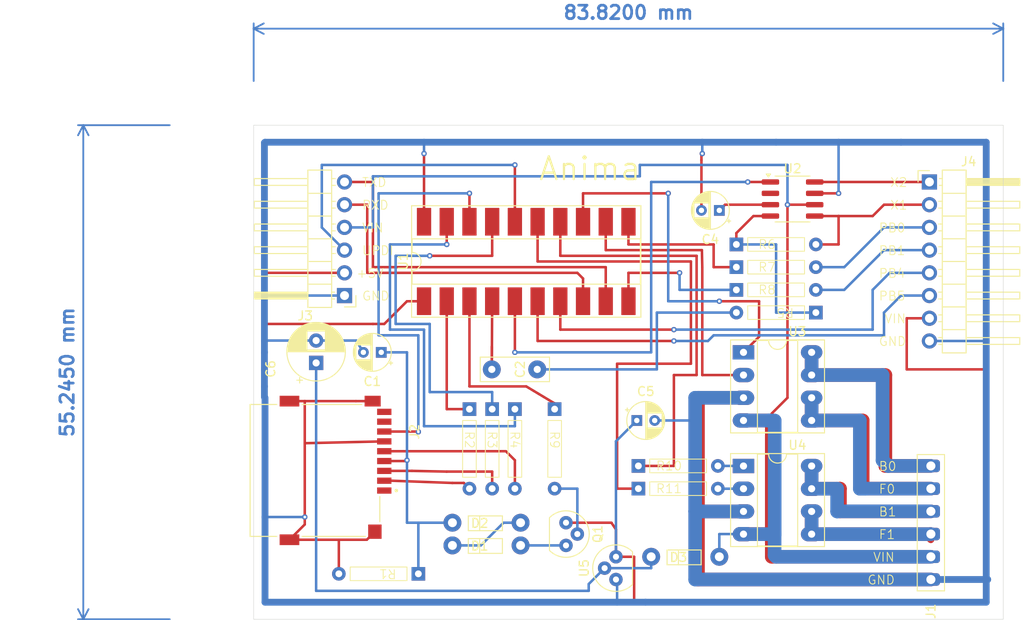
<source format=kicad_pcb>
(kicad_pcb (version 20240108) (generator "pcbnew") (generator_version "8.0")
  (layers (0 "F.Cu" signal) (31 "B.Cu" signal) (34 "B.Paste" user) (35 "F.Paste" user) (36 "B.SilkS" user "B.Silkscreen") (37 "F.SilkS" user "F.Silkscreen") (38 "B.Mask" user) (39 "F.Mask" user) (44 "Edge.Cuts" user))
  (net 0 "")
  (net 1 "Net-(U5-IN)")
  (net 2 "Net-(J2-VDD)")
  (net 3 "Net-(C2-Pad1)")
  (net 4 "Net-(U1-PA6)")
  (net 5 "Net-(J1-Pin_6)")
  (net 7 "Net-(U2-FC1)")
  (net 8 "Net-(J3-Pin_5)")
  (net 9 "Net-(J3-Pin_3)")
  (net 10 "Net-(Q1-C)")
  (net 11 "Net-(D1-Pad1)")
  (net 12 "Net-(J1-Pin_1)")
  (net 13 "Net-(J1-Pin_2)")
  (net 14 "Net-(J1-Pin_5)")
  (net 15 "Net-(J1-Pin_4)")
  (net 16 "Net-(J1-Pin_3)")
  (net 18 "Net-(J2-~{CS})")
  (net 19 "Net-(J2-MISO)")
  (net 21 "Net-(J2-SCK)")
  (net 23 "Net-(J2-MOSI)")
  (net 24 "Net-(J3-Pin_6)")
  (net 25 "Net-(J3-Pin_2)")
  (net 26 "Net-(J4-Pin_2)")
  (net 27 "Net-(J4-Pin_1)")
  (net 28 "Net-(J4-Pin_6)")
  (net 29 "Net-(J4-Pin_4)")
  (net 30 "Net-(J4-Pin_5)")
  (net 31 "Net-(J4-Pin_3)")
  (net 32 "Net-(Q1-B)")
  (net 33 "Net-(U1-PA4)")
  (net 34 "Net-(U1-PA1)")
  (net 35 "Net-(U1-PA3)")
  (net 36 "Net-(U2-Vin)")
  (net 37 "Net-(U1-PB0)")
  (net 38 "Net-(U1-PB1)")
  (net 39 "Net-(U1-PA5)")
  (net 40 "Net-(U1-PA7)")
  (net 41 "Net-(U1-PC0)")
  (net 42 "Net-(U1-PC1)")
  (net 43 "Net-(U1-PC2)")
  (net 44 "Net-(U1-PC3)")
  (net 45 "Net-(U4-BIN)")
  (net 46 "Net-(U4-FIN)")
  (footprint "0_Footprint:Foot1x6" (layer "F.Cu") (at 176.69125 81.28 -90)
    (property "Reference" "J1")
    (property "Value" "Conn_1x6_M")
  )
  (footprint "Capacitor_THT:CP_Radial_D4.0mm_P2.00mm" (layer "F.Cu") (at 143.807401 76.2)
    (property "Reference" "C5")
    (property "Value" "CP_Small")
  )
  (footprint "0_Footprint:DO_PWR" (layer "F.Cu") (at 128.27 90.17)
    (property "Reference" "D1")
    (property "Value" "1N4004")
  )
  (footprint "0_Footprint:C_Disc1" (layer "F.Cu") (at 132.675 70.485 180)
    (property "Reference" "C2")
    (property "Value" "C_Disc")
  )
  (footprint "0_Footprint:QWSlim" (layer "F.Cu") (at 143.98375 81.28)
    (property "Reference" "R10")
    (property "Value" "Resistor" (hide yes))
  )
  (footprint "0_Footprint:DIP-20_3216" (layer "F.Cu") (at 131.445 58.42 90)
    (property "Reference" "U1")
    (property "Value" "ATtiny3216")
  )
  (footprint "0_Footprint:QWSlim" (layer "F.Cu") (at 143.98375 83.82)
    (property "Reference" "R11")
    (property "Value" "Resistor" (hide yes))
  )
  (footprint "0_Footprint:QWSlim" (layer "F.Cu") (at 163.83 64.135 180)
    (property "Reference" "R5")
    (property "Value" "Resistor" (hide yes))
  )
  (footprint "0_Footprint:DIP-8_Socket" (layer "F.Cu") (at 155.73625 68.58)
    (property "Reference" "U3")
    (property "Value" "~")
  )
  (footprint "Connector_PinHeader_2.54mm:PinHeader_1x08_P2.54mm_Horizontal" (layer "F.Cu") (at 176.53 49.53)
    (property "Reference" "J4")
    (property "Value" "~")
  )
  (footprint "0_Footprint:TO-92X" (layer "F.Cu") (at 135.89 87.63 -90)
    (property "Reference" "Q1")
    (property "Value" "2N3906")
  )
  (footprint "0_Footprint:QWSlim" (layer "F.Cu") (at 130.175 74.93 -90)
    (property "Reference" "R4")
    (property "Value" "Resistor" (hide yes))
  )
  (footprint "0_Footprint:SD_Micro4A" (layer "F.Cu") (at 107.82 81.785 -90)
    (property "Reference" "J2")
    (property "Value" "SD_Micro_SPI_OK")
  )
  (footprint "0_Footprint:TO-92X" (layer "F.Cu") (at 141.478 93.98 90)
    (property "Reference" "U5")
    (property "Value" "MCP1702-5")
  )
  (footprint "0_Footprint:QWSlim" (layer "F.Cu") (at 119.38 93.345 180)
    (property "Reference" "R1")
    (property "Value" "Resistor" (hide yes))
  )
  (footprint "Package_SO:SOIC-8_3.9x4.9mm_P1.27mm" (layer "F.Cu") (at 161.225 51.435)
    (property "Reference" "U2")
    (property "Value" "MC34119SS")
  )
  (footprint "0_Footprint:QWSlim" (layer "F.Cu") (at 154.94 61.595)
    (property "Reference" "R8")
    (property "Value" "Resistor" (hide yes))
  )
  (footprint "0_Footprint:DO_PWR" (layer "F.Cu") (at 150.495 91.44)
    (property "Reference" "D3")
    (property "Value" "1N4004")
  )
  (footprint "0_Footprint:DIP-8_Socket" (layer "F.Cu") (at 155.73625 81.29)
    (property "Reference" "U4")
    (property "Value" "~")
  )
  (footprint "0_Footprint:QWSlim" (layer "F.Cu") (at 125.095 74.93 -90)
    (property "Reference" "R2")
    (property "Value" "Resistor" (hide yes))
  )
  (footprint "0_Footprint:DO_PWR" (layer "F.Cu") (at 128.27 87.63)
    (property "Reference" "D2")
    (property "Value" "1N4004")
  )
  (footprint "0_Footprint:QWSlim" (layer "F.Cu") (at 127.635 74.93 -90)
    (property "Reference" "R3")
    (property "Value" "Resistor" (hide yes))
  )
  (footprint "0_Footprint:CP_Radial_D6.3mm_P2.50mm" (layer "F.Cu") (at 107.95 69.76238 90)
    (property "Reference" "C6")
    (property "Value" "CP_Med")
  )
  (footprint "Connector_PinHeader_2.54mm:PinHeader_1x06_P2.54mm_Horizontal" (layer "F.Cu") (at 111.125 62.23 180)
    (property "Reference" "J3")
    (property "Value" "Conn_01x06_F")
  )
  (footprint "Capacitor_THT:CP_Radial_D4.0mm_P2.00mm" (layer "F.Cu") (at 153.035 52.705 180)
    (property "Reference" "C4")
    (property "Value" "CP_Small")
  )
  (footprint "Capacitor_THT:CP_Radial_D4.0mm_P2.00mm" (layer "F.Cu") (at 115.232401 68.58 180)
    (property "Reference" "C1")
    (property "Value" "CP_Small")
  )
  (footprint "0_Footprint:QWSlim" (layer "F.Cu") (at 134.62 74.93 -90)
    (property "Reference" "R9")
    (property "Value" "Resistor" (hide yes))
  )
  (footprint "0_Footprint:QWSlim" (layer "F.Cu") (at 154.94 56.515)
    (property "Reference" "R6")
    (property "Value" "Resistor" (hide yes))
  )
  (footprint "0_Footprint:QWSlim" (layer "F.Cu") (at 154.94 59.055)
    (property "Reference" "R7")
    (property "Value" "Resistor" (hide yes))
  )
  (gr_line (start 184.785 43.18) (end 100.965 43.18) (stroke (width 0.05)) (layer "Edge.Cuts"))
  (gr_line (start 100.965 43.18) (end 100.965 98.425) (stroke (width 0.05)) (layer "Edge.Cuts"))
  (gr_line (start 100.965 98.425) (end 184.785 98.425) (stroke (width 0.05)) (layer "Edge.Cuts"))
  (gr_line (start 184.785 98.425) (end 184.785 43.18) (stroke (width 0.05)) (layer "Edge.Cuts"))
  (gr_text "+5V" (at 112.395 60.325 0) (layer "F.SilkS") (effects (font (size 1 1) (thickness 0.1)) (justify left bottom)))
  (gr_text "VIN" (at 171.45 65.405 0) (layer "F.SilkS") (effects (font (size 1 1) (thickness 0.1)) (justify left bottom)))
  (gr_text "PB5" (at 170.815 62.865 0) (layer "F.SilkS") (effects (font (size 1 1) (thickness 0.1)) (justify left bottom)))
  (gr_text "X2" (at 172.085 50.165 0) (layer "F.SilkS") (effects (font (size 1 1) (thickness 0.1)) (justify left bottom)))
  (gr_text "TXD" (at 113.03 50.165 0) (layer "F.SilkS") (effects (font (size 1 1) (thickness 0.1)) (justify left bottom)))
  (gr_text "PB0" (at 170.815 55.245 0) (layer "F.SilkS") (effects (font (size 1 1) (thickness 0.1)) (justify left bottom)))
  (gr_text "F0" (at 170.815 84.455 0) (layer "F.SilkS") (effects (font (size 1 1) (thickness 0.1)) (justify left bottom)))
  (gr_text "UPDI" (at 113.03 57.785 0) (layer "F.SilkS") (effects (font (size 1 1) (thickness 0.1)) (justify left bottom)))
  (gr_text "B0" (at 170.815 81.915 0) (layer "F.SilkS") (effects (font (size 1 1) (thickness 0.1)) (justify left bottom)))
  (gr_text "GND" (at 113.03 62.865 0) (layer "F.SilkS") (effects (font (size 1 1) (thickness 0.1)) (justify left bottom)))
  (gr_text "GND" (at 169.545 94.615 0) (layer "F.SilkS") (effects (font (size 1 1) (thickness 0.1)) (justify left bottom)))
  (gr_text "X1" (at 172.085 52.705 0) (layer "F.SilkS") (effects (font (size 1 1) (thickness 0.1)) (justify left bottom)))
  (gr_text "VIN" (at 170.18 92.075 0) (layer "F.SilkS") (effects (font (size 1 1) (thickness 0.1)) (justify left bottom)))
  (gr_text "VIN" (at 113.03 55.245 0) (layer "F.SilkS") (effects (font (size 1 1) (thickness 0.1)) (justify left bottom)))
  (gr_text "PB1" (at 170.815 57.785 0) (layer "F.SilkS") (effects (font (size 1 1) (thickness 0.1)) (justify left bottom)))
  (gr_text "PB4" (at 170.815 60.325 0) (layer "F.SilkS") (effects (font (size 1 1) (thickness 0.1)) (justify left bottom)))
  (gr_text "B1" (at 170.815 86.995 0) (layer "F.SilkS") (effects (font (size 1 1) (thickness 0.1)) (justify left bottom)))
  (gr_text "F1" (at 170.815 89.535 0) (layer "F.SilkS") (effects (font (size 1 1) (thickness 0.1)) (justify left bottom)))
  (gr_text "Anima" (at 132.715 49.53 0) (layer "F.SilkS") (effects (font (size 2.54 2.54) (thickness 0.254)) (justify left bottom)))
  (gr_text "GND" (at 170.815 67.945 0) (layer "F.SilkS") (effects (font (size 1 1) (thickness 0.1)) (justify left bottom)))
  (gr_text "RXD" (at 113.03 52.705 0) (layer "F.SilkS") (effects (font (size 1 1) (thickness 0.1)) (justify left bottom)))
  (dimension (type aligned) (layer "B.Cu") (pts (xy 100.965 38.735) (xy 184.785 38.735)) (height -6.35) (gr_text "3.3000 in" (at 142.875 30.585 0) (layer "B.Cu") (effects (font (size 1.5 1.5) (thickness 0.3)))) (format (prefix "") (suffix "") (units 3) (units_format 1) (precision 4)) (style (thickness 0.2) (arrow_length 1.27) (text_position_mode 0) (extension_height 0.58642) (extension_offset 0.5) keep_text_aligned))
  (dimension (type aligned) (layer "B.Cu") (pts (xy 92.075 43.18) (xy 92.075 98.425)) (height 10.16) (gr_text "2.1750 in" (at 80.115 70.8025 90) (layer "B.Cu") (effects (font (size 1.5 1.5) (thickness 0.3)))) (format (prefix "") (suffix "") (units 3) (units_format 1) (precision 4)) (style (thickness 0.2) (arrow_length 1.27) (text_position_mode 0) (extension_height 0.58642) (extension_offset 0.5) keep_text_aligned))
  (segment (start 138.43 94.488) (end 140.208 92.71) (width 0.2794) (layer "B.Cu") (net 1))
  (segment (start 145.415 92.71) (end 140.208 92.71) (width 0.2794) (layer "B.Cu") (net 1))
  (segment (start 138.43 95.25) (end 138.43 94.488) (width 0.2794) (layer "B.Cu") (net 1))
  (segment (start 107.95 69.76238) (end 107.95 95.25) (width 0.2794) (layer "B.Cu") (net 1))
  (segment (start 145.415 92.71) (end 145.415 91.44) (width 0.2794) (layer "B.Cu") (net 1))
  (segment (start 107.95 95.25) (end 138.43 95.25) (width 0.2794) (layer "B.Cu") (net 1))
  (segment (start 115.57 80.735) (end 118.02 80.735) (width 0.2794) (layer "F.Cu") (net 2))
  (segment (start 118.02 80.735) (end 118.11 80.645) (width 0.2794) (layer "F.Cu") (net 2))
  (via (at 118.11 80.645) (size 0.6) (drill 0.3) (layers "F.Cu" "B.Cu") (net 2))
  (segment (start 115.232401 68.58) (end 118.11 68.58) (width 0.2794) (layer "B.Cu") (net 2))
  (segment (start 118.11 87.63) (end 119.38 87.63) (width 0.2794) (layer "B.Cu") (net 2))
  (segment (start 119.38 93.345) (end 119.38 87.63) (width 0.2794) (layer "B.Cu") (net 2))
  (segment (start 118.11 80.645) (end 118.11 87.63) (width 0.2794) (layer "B.Cu") (net 2))
  (segment (start 119.38 87.63) (end 123.19 87.63) (width 0.2794) (layer "B.Cu") (net 2))
  (segment (start 118.11 68.58) (end 118.11 80.645) (width 0.2794) (layer "B.Cu") (net 2))
  (segment (start 146.05 64.135) (end 154.94 64.135) (width 0.2794) (layer "B.Cu") (net 3))
  (segment (start 132.675 70.485) (end 146.05 70.485) (width 0.2794) (layer "B.Cu") (net 3))
  (segment (start 146.05 70.485) (end 146.05 64.135) (width 0.2794) (layer "B.Cu") (net 3))
  (segment (start 127.595 70.485) (end 127.595 67.945) (width 0.2794) (layer "F.Cu") (net 4))
  (segment (start 127.635 62.865) (end 127.595 70.485) (width 0.2794) (layer "F.Cu") (net 4))
  (segment (start 104.97 89.535) (end 110.49 89.535) (width 0.2794) (layer "F.Cu") (net 5))
  (segment (start 106.68 78.74) (end 106.68 74.035) (width 0.2794) (layer "F.Cu") (net 5))
  (segment (start 106.68 74.035) (end 112.395 74.035) (width 0.2794) (layer "F.Cu") (net 5))
  (segment (start 151.035 46.45) (end 151.13 46.355) (width 0.2794) (layer "F.Cu") (net 5))
  (segment (start 150.64625 86.36) (end 150.64625 93.98) (width 1.524) (layer "F.Cu") (net 5))
  (segment (start 110.49 89.535) (end 112.395 89.535) (width 0.2794) (layer "F.Cu") (net 5))
  (segment (start 110.49 93.345) (end 110.49 89.535) (width 0.2794) (layer "F.Cu") (net 5))
  (segment (start 120.015 53.975) (end 120.015 46.355) (width 0.2794) (layer "F.Cu") (net 5))
  (segment (start 112.395 74.035) (end 114.27 74.035) (width 0.2794) (layer "F.Cu") (net 5))
  (segment (start 151.035 52.705) (end 151.035 47.0897) (width 0.2794) (layer "F.Cu") (net 5))
  (segment (start 155.73625 73.66) (end 150.64625 73.66) (width 1.524) (layer "F.Cu") (net 5))
  (segment (start 106.68 86.995) (end 106.68 87.825) (width 0.2794) (layer "F.Cu") (net 5))
  (segment (start 112.395 89.535) (end 113.62 89.535) (width 0.2794) (layer "F.Cu") (net 5))
  (segment (start 113.62 89.535) (end 114.52 88.635) (width 0.2794) (layer "F.Cu") (net 5))
  (segment (start 150.65625 86.37) (end 150.64625 86.36) (width 1.524) (layer "F.Cu") (net 5))
  (segment (start 151.035 47.0897) (end 151.035 46.45) (width 0.2794) (layer "F.Cu") (net 5))
  (segment (start 150.64625 73.66) (end 150.64625 86.36) (width 1.524) (layer "F.Cu") (net 5))
  (segment (start 106.68 87.825) (end 104.97 89.535) (width 0.2794) (layer "F.Cu") (net 5))
  (segment (start 155.73625 86.37) (end 150.65625 86.37) (width 1.524) (layer "F.Cu") (net 5))
  (segment (start 163.7 50.8) (end 166.37 50.8) (width 0.2794) (layer "F.Cu") (net 5))
  (segment (start 115.57 78.535) (end 106.68 78.74) (width 0.2794) (layer "F.Cu") (net 5))
  (segment (start 104.97 74.035) (end 106.68 74.035) (width 0.2794) (layer "F.Cu") (net 5))
  (segment (start 106.68 78.74) (end 106.68 86.995) (width 0.2794) (layer "F.Cu") (net 5))
  (segment (start 150.64625 93.98) (end 176.68125 93.98) (width 1.524) (layer "F.Cu") (net 5))
  (via (at 120.015 46.355) (size 0.6) (drill 0.3) (layers "F.Cu" "B.Cu") (net 5))
  (via (at 166.37 50.8) (size 0.6) (drill 0.3) (layers "F.Cu" "B.Cu") (net 5))
  (via (at 106.68 86.995) (size 0.6) (drill 0.3) (layers "F.Cu" "B.Cu") (net 5))
  (via (at 151.13 46.355) (size 0.6) (drill 0.3) (layers "F.Cu" "B.Cu") (net 5))
  (segment (start 102.169 62.23) (end 102.169 67.31) (width 0.762) (layer "B.Cu") (net 5))
  (segment (start 150.33375 93.98) (end 176.68125 93.98) (width 1.524) (layer "B.Cu") (net 5))
  (segment (start 107.95 67.26238) (end 102.21662 67.26238) (width 0.2794) (layer "B.Cu") (net 5))
  (segment (start 102.235 96.52) (end 141.605 96.52) (width 0.762) (layer "B.Cu") (net 5))
  (segment (start 145.807401 76.2) (end 150.33375 76.2) (width 0.2794) (layer "B.Cu") (net 5))
  (segment (start 182.88 94.14125) (end 183.04125 93.98) (width 0.762) (layer "B.Cu") (net 5))
  (segment (start 120.015 45.085) (end 102.235 45.085) (width 0.762) (layer "B.Cu") (net 5))
  (segment (start 120.015 46.355) (end 120.015 45.085) (width 0.2794) (layer "B.Cu") (net 5))
  (segment (start 106.68 86.995) (end 102.235 86.995) (width 0.2794) (layer "B.Cu") (net 5))
  (segment (start 151.13 45.085) (end 120.015 45.085) (width 0.762) (layer "B.Cu") (net 5))
  (segment (start 155.73625 73.66) (end 150.33375 73.66) (width 1.524) (layer "B.Cu") (net 5))
  (segment (start 150.33375 76.2) (end 150.33375 86.36) (width 1.524) (layer "B.Cu") (net 5))
  (segment (start 102.169 70.485) (end 102.169 72.39) (width 0.762) (layer "B.Cu") (net 5))
  (segment (start 182.88 93.81875) (end 182.88 67.31) (width 0.762) (layer "B.Cu") (net 5))
  (segment (start 150.33375 86.36) (end 150.96875 86.36) (width 1.524) (layer "B.Cu") (net 5))
  (segment (start 144.78 96.52) (end 182.88 96.52) (width 0.762) (layer "B.Cu") (net 5))
  (segment (start 102.235 45.085) (end 102.169 45.151) (width 0.762) (layer "B.Cu") (net 5))
  (segment (start 182.88 96.52) (end 182.88 94.14125) (width 0.762) (layer "B.Cu") (net 5))
  (segment (start 150.97875 86.37) (end 155.73625 86.37) (width 1.524) (layer "B.Cu") (net 5))
  (segment (start 166.37 50.8) (end 166.37 45.085) (width 0.2794) (layer "B.Cu") (net 5))
  (segment (start 102.169 72.39) (end 102.169 73.594) (width 0.762) (layer "B.Cu") (net 5))
  (segment (start 183.04125 93.98) (end 176.68125 93.98) (width 0.762) (layer "B.Cu") (net 5))
  (segment (start 102.169 45.151) (end 102.169 62.23) (width 0.762) (layer "B.Cu") (net 5))
  (segment (start 112.44262 67.26238) (end 113.232401 68.58) (width 0.2794) (layer "B.Cu") (net 5))
  (segment (start 182.88 67.31) (end 182.88 45.085) (width 0.762) (layer "B.Cu") (net 5))
  (segment (start 141.605 93.98) (end 141.605 96.52) (width 0.2794) (layer "B.Cu") (net 5))
  (segment (start 150.33375 86.36) (end 150.33375 93.98) (width 1.524) (layer "B.Cu") (net 5))
  (segment (start 141.605 96.52) (end 144.78 96.52) (width 0.762) (layer "B.Cu") (net 5))
  (segment (start 102.235 86.995) (end 102.235 96.52) (width 0.762) (layer "B.Cu") (net 5))
  (segment (start 102.169 68.58) (end 102.169 70.485) (width 0.762) (layer "B.Cu") (net 5))
  (segment (start 141.478 93.98) (end 141.605 93.98) (width 0.2794) (layer "B.Cu") (net 5))
  (segment (start 102.235 73.66) (end 102.235 86.995) (width 0.762) (layer "B.Cu") (net 5))
  (segment (start 176.53 67.31) (end 182.88 67.31) (width 0.2794) (layer "B.Cu") (net 5))
  (segment (start 182.88 45.085) (end 173.355 45.085) (width 0.762) (layer "B.Cu") (net 5))
  (segment (start 166.37 45.085) (end 159.385 45.085) (width 0.762) (layer "B.Cu") (net 5))
  (segment (start 173.355 45.085) (end 166.37 45.085) (width 0.762) (layer "B.Cu") (net 5))
  (segment (start 102.169 67.31) (end 102.169 68.58) (width 0.762) (layer "B.Cu") (net 5))
  (segment (start 159.385 45.085) (end 151.13 45.085) (width 0.762) (layer "B.Cu") (net 5))
  (segment (start 102.21662 67.26238) (end 102.169 67.31) (width 0.2794) (layer "B.Cu") (net 5))
  (segment (start 151.13 46.355) (end 151.13 45.085) (width 0.2794) (layer "B.Cu") (net 5))
  (segment (start 111.125 62.23) (end 102.169 62.23) (width 0.2794) (layer "B.Cu") (net 5))
  (segment (start 183.04125 93.98) (end 182.88 93.81875) (width 0.762) (layer "B.Cu") (net 5))
  (segment (start 107.95 67.26238) (end 112.44262 67.26238) (width 0.2794) (layer "B.Cu") (net 5))
  (segment (start 150.96875 86.36) (end 150.97875 86.37) (width 1.524) (layer "B.Cu") (net 5))
  (segment (start 144.653 96.393) (end 144.78 96.52) (width 0.2794) (layer "B.Cu") (net 5))
  (segment (start 150.33375 73.66) (end 150.33375 76.2) (width 1.524) (layer "B.Cu") (net 5))
  (segment (start 153.67 52.07) (end 153.035 52.705) (width 0.2794) (layer "F.Cu") (net 7))
  (segment (start 158.75 52.07) (end 153.67 52.07) (width 0.2794) (layer "F.Cu") (net 7))
  (segment (start 113.665 52.07) (end 111.125 52.07) (width 0.2794) (layer "F.Cu") (net 8))
  (segment (start 137.16 59.69) (end 113.665 59.69) (width 0.2794) (layer "F.Cu") (net 8))
  (segment (start 137.795 60.325) (end 137.16 59.69) (width 0.2794) (layer "F.Cu") (net 8))
  (segment (start 113.665 59.69) (end 113.665 52.07) (width 0.2794) (layer "F.Cu") (net 8))
  (segment (start 137.795 62.865) (end 137.795 60.325) (width 0.2794) (layer "F.Cu") (net 8))
  (segment (start 130.175 53.975) (end 130.175 47.625) (width 0.2794) (layer "F.Cu") (net 9))
  (via (at 130.175 47.625) (size 0.6) (drill 0.3) (layers "F.Cu" "B.Cu") (net 9))
  (segment (start 108.585 54.61) (end 111.125 57.15) (width 0.2794) (layer "B.Cu") (net 9))
  (segment (start 130.175 47.625) (end 108.585 47.625) (width 0.2794) (layer "B.Cu") (net 9))
  (segment (start 108.585 47.625) (end 108.585 54.61) (width 0.2794) (layer "B.Cu") (net 9))
  (segment (start 135.89 90.17) (end 130.81 90.17) (width 0.2794) (layer "B.Cu") (net 10))
  (segment (start 123.19 90.17) (end 126.365 90.17) (width 0.2794) (layer "B.Cu") (net 11))
  (segment (start 128.905 87.63) (end 130.81 87.63) (width 0.2794) (layer "B.Cu") (net 11))
  (segment (start 126.365 90.17) (end 128.905 87.63) (width 0.2794) (layer "B.Cu") (net 11))
  (segment (start 163.35625 71.12) (end 171.60125 71.12) (width 1.524) (layer "F.Cu") (net 12))
  (segment (start 171.60125 81.28) (end 176.68125 81.28) (width 1.524) (layer "F.Cu") (net 12))
  (segment (start 163.35625 68.58) (end 163.35625 71.12) (width 1.524) (layer "F.Cu") (net 12))
  (segment (start 171.60125 71.12) (end 171.60125 81.28) (width 1.524) (layer "F.Cu") (net 12))
  (segment (start 163.35625 68.58) (end 163.35625 71.12) (width 1.524) (layer "B.Cu") (net 12))
  (segment (start 171.93375 81.28) (end 176.68125 81.28) (width 1.524) (layer "B.Cu") (net 12))
  (segment (start 171.28875 71.13) (end 171.28875 80.655) (width 1.524) (layer "B.Cu") (net 12))
  (segment (start 171.27875 71.12) (end 171.28875 71.13) (width 1.524) (layer "B.Cu") (net 12))
  (segment (start 171.28875 80.655) (end 171.92375 81.29) (width 1.524) (layer "B.Cu") (net 12))
  (segment (start 163.35625 71.12) (end 171.27875 71.12) (width 1.524) (layer "B.Cu") (net 12))
  (segment (start 171.92375 81.29) (end 171.93375 81.28) (width 1.524) (layer "B.Cu") (net 12))
  (segment (start 169.06125 76.2) (end 169.06125 83.82) (width 1.524) (layer "F.Cu") (net 13))
  (segment (start 169.06125 83.82) (end 176.68125 83.82) (width 1.524) (layer "F.Cu") (net 13))
  (segment (start 163.35625 73.66) (end 163.35625 76.2) (width 1.524) (layer "F.Cu") (net 13))
  (segment (start 163.35625 76.2) (end 169.06125 76.2) (width 1.524) (layer "F.Cu") (net 13))
  (segment (start 163.35625 76.2) (end 163.35625 73.66) (width 1.524) (layer "B.Cu") (net 13))
  (segment (start 168.74875 76.21) (end 168.74875 83.83) (width 1.524) (layer "B.Cu") (net 13))
  (segment (start 163.35625 76.2) (end 168.73875 76.2) (width 1.524) (layer "B.Cu") (net 13))
  (segment (start 168.73875 76.2) (end 168.74875 76.21) (width 1.524) (layer "B.Cu") (net 13))
  (segment (start 168.74875 83.83) (end 169.38375 83.83) (width 1.524) (layer "B.Cu") (net 13))
  (segment (start 169.38375 83.83) (end 169.39375 83.82) (width 1.524) (layer "B.Cu") (net 13))
  (segment (start 169.39375 83.82) (end 176.68125 83.82) (width 1.524) (layer "B.Cu") (net 13))
  (segment (start 155.74625 88.9) (end 155.73625 88.91) (width 1.524) (layer "F.Cu") (net 14))
  (segment (start 160.655 52.07) (end 160.655 73.66) (width 0.2794) (layer "F.Cu") (net 14))
  (segment (start 160.655 73.66) (end 158.90125 75.41375) (width 0.2794) (layer "F.Cu") (net 14))
  (segment (start 155.73625 76.2) (end 158.90125 76.2) (width 1.524) (layer "F.Cu") (net 14))
  (segment (start 158.90125 88.9) (end 155.74625 88.9) (width 1.524) (layer "F.Cu") (net 14))
  (segment (start 158.90125 91.44) (end 176.68125 91.44) (width 1.524) (layer "F.Cu") (net 14))
  (segment (start 158.90125 76.2) (end 158.90125 88.9) (width 1.524) (layer "F.Cu") (net 14))
  (segment (start 163.7 52.07) (end 160.655 52.07) (width 0.2794) (layer "F.Cu") (net 14))
  (segment (start 158.90125 75.41375) (end 158.90125 76.2) (width 0.2794) (layer "F.Cu") (net 14))
  (segment (start 158.90125 88.9) (end 158.90125 91.44) (width 1.524) (layer "F.Cu") (net 14))
  (via (at 160.655 52.07) (size 0.6) (drill 0.3) (layers "F.Cu" "B.Cu") (net 14))
  (segment (start 158.57875 76.2) (end 158.58875 76.21) (width 1.524) (layer "B.Cu") (net 14))
  (segment (start 155.73625 76.2) (end 158.57875 76.2) (width 1.524) (layer "B.Cu") (net 14))
  (segment (start 114.3 54.61) (end 114.3 48.895) (width 0.2794) (layer "B.Cu") (net 14))
  (segment (start 159.21375 88.91) (end 159.21375 91.26875) (width 1.524) (layer "B.Cu") (net 14))
  (segment (start 144.145 47.625) (end 160.655 47.625) (width 0.2794) (layer "B.Cu") (net 14))
  (segment (start 159.21375 88.91) (end 159.22375 88.9) (width 1.524) (layer "B.Cu") (net 14))
  (segment (start 159.21375 91.26875) (end 159.385 91.44) (width 1.524) (layer "B.Cu") (net 14))
  (segment (start 159.22375 76.21) (end 159.22375 88.9) (width 1.524) (layer "B.Cu") (net 14))
  (segment (start 114.3 48.895) (end 144.145 48.895) (width 0.2794) (layer "B.Cu") (net 14))
  (segment (start 111.125 54.61) (end 114.3 54.61) (width 0.2794) (layer "B.Cu") (net 14))
  (segment (start 155.73625 88.91) (end 159.21375 88.91) (width 1.524) (layer "B.Cu") (net 14))
  (segment (start 159.385 91.44) (end 176.69125 91.44) (width 1.524) (layer "B.Cu") (net 14))
  (segment (start 155.73625 88.91) (end 155.72625 88.9) (width 0.2794) (layer "B.Cu") (net 14))
  (segment (start 155.72625 88.9) (end 153.035 88.9) (width 0.2794) (layer "B.Cu") (net 14))
  (segment (start 160.655 47.625) (end 160.655 52.07) (width 0.2794) (layer "B.Cu") (net 14))
  (segment (start 144.145 48.895) (end 144.145 47.625) (width 0.2794) (layer "B.Cu") (net 14))
  (segment (start 153.035 88.9) (end 153.035 91.44) (width 0.2794) (layer "B.Cu") (net 14))
  (segment (start 158.58875 76.21) (end 159.22375 76.21) (width 1.524) (layer "B.Cu") (net 14))
  (segment (start 163.35625 88.91) (end 176.67125 88.91) (width 1.524) (layer "F.Cu") (net 15))
  (segment (start 176.04625 88.9) (end 176.68125 89.535) (width 0.762) (layer "F.Cu") (net 15))
  (segment (start 163.35625 86.37) (end 163.35625 88.91) (width 1.524) (layer "F.Cu") (net 15))
  (segment (start 176.67125 88.91) (end 176.68125 88.9) (width 1.524) (layer "F.Cu") (net 15))
  (segment (start 176.67125 88.91) (end 176.68125 88.9) (width 1.524) (layer "B.Cu") (net 15))
  (segment (start 163.35625 88.91) (end 176.67125 88.91) (width 1.524) (layer "B.Cu") (net 15))
  (segment (start 163.35625 86.37) (end 163.35625 88.91) (width 1.524) (layer "B.Cu") (net 15))
  (segment (start 166.51125 83.83) (end 166.52125 83.82) (width 1.524) (layer "F.Cu") (net 16))
  (segment (start 163.35625 81.29) (end 163.35625 83.83) (width 1.524) (layer "F.Cu") (net 16))
  (segment (start 166.52125 86.36) (end 176.68125 86.36) (width 1.524) (layer "F.Cu") (net 16))
  (segment (start 163.35625 83.83) (end 166.51125 83.83) (width 1.524) (layer "F.Cu") (net 16))
  (segment (start 166.52125 83.82) (end 166.52125 86.36) (width 1.524) (layer "F.Cu") (net 16))
  (segment (start 163.35625 81.29) (end 163.35625 83.83) (width 1.524) (layer "B.Cu") (net 16))
  (segment (start 166.20875 86.37) (end 166.21875 86.36) (width 1.524) (layer "B.Cu") (net 16))
  (segment (start 166.20875 83.83) (end 166.20875 86.37) (width 1.524) (layer "B.Cu") (net 16))
  (segment (start 166.21875 86.36) (end 176.68125 86.36) (width 1.524) (layer "B.Cu") (net 16))
  (segment (start 163.35625 83.83) (end 166.20875 83.83) (width 1.524) (layer "B.Cu") (net 16))
  (segment (start 123.19 83.185) (end 124.46 83.185) (width 0.2794) (layer "F.Cu") (net 18))
  (segment (start 124.46 83.185) (end 125.095 83.82) (width 0.2794) (layer "F.Cu") (net 18))
  (segment (start 116.41 82.935) (end 123.19 83.185) (width 0.2794) (layer "F.Cu") (net 18))
  (segment (start 115.57 77.435) (end 119.345 77.435) (width 0.2794) (layer "F.Cu") (net 19))
  (segment (start 125.095 53.975) (end 125.095 50.8) (width 0.2794) (layer "F.Cu") (net 19))
  (segment (start 119.345 77.435) (end 119.38 77.47) (width 0.2794) (layer "F.Cu") (net 19))
  (via (at 119.38 77.47) (size 0.6) (drill 0.3) (layers "F.Cu" "B.Cu") (net 19))
  (via (at 125.095 50.8) (size 0.6) (drill 0.3) (layers "F.Cu" "B.Cu") (net 19))
  (segment (start 119.38 66.675) (end 119.38 77.47) (width 0.2794) (layer "B.Cu") (net 19))
  (segment (start 114.935 50.8) (end 114.935 66.675) (width 0.2794) (layer "B.Cu") (net 19))
  (segment (start 125.095 50.8) (end 114.935 50.8) (width 0.2794) (layer "B.Cu") (net 19))
  (segment (start 114.935 66.675) (end 119.38 66.675) (width 0.2794) (layer "B.Cu") (net 19))
  (segment (start 130.175 80.645) (end 130.175 83.82) (width 0.2794) (layer "F.Cu") (net 21))
  (segment (start 129.165 79.635) (end 130.175 80.645) (width 0.2794) (layer "F.Cu") (net 21))
  (segment (start 116.41 79.635) (end 129.165 79.635) (width 0.2794) (layer "F.Cu") (net 21))
  (segment (start 127.635 81.915) (end 127.635 83.82) (width 0.2794) (layer "F.Cu") (net 23))
  (segment (start 116.41 81.835) (end 118.665 81.835) (width 0.2794) (layer "F.Cu") (net 23))
  (segment (start 122.555 81.915) (end 127.635 81.915) (width 0.2794) (layer "F.Cu") (net 23))
  (segment (start 118.665 81.835) (end 122.555 81.915) (width 0.2794) (layer "F.Cu") (net 23))
  (segment (start 140.335 59.055) (end 114.3 59.055) (width 0.2794) (layer "F.Cu") (net 24))
  (segment (start 140.335 62.865) (end 140.335 59.055) (width 0.2794) (layer "F.Cu") (net 24))
  (segment (start 114.3 49.53) (end 111.125 49.53) (width 0.2794) (layer "F.Cu") (net 24))
  (segment (start 114.3 59.055) (end 114.3 49.53) (width 0.2794) (layer "F.Cu") (net 24))
  (segment (start 143.51 91.44) (end 143.51 96.52) (width 0.2794) (layer "F.Cu") (net 25))
  (segment (start 144.145 96.52) (end 102.235 96.52) (width 0.2794) (layer "F.Cu") (net 25))
  (segment (start 176.53 64.77) (end 173.99 64.77) (width 0.2794) (layer "F.Cu") (net 25))
  (segment (start 182.88 96.52) (end 144.145 96.52) (width 0.2794) (layer "F.Cu") (net 25))
  (segment (start 141.478 88.392) (end 141.478 91.44) (width 0.2794) (layer "F.Cu") (net 25))
  (segment (start 114.3 65.405) (end 102.235 65.405) (width 0.2794) (layer "F.Cu") (net 25))
  (segment (start 182.88 70.485) (end 182.88 96.52) (width 0.2794) (layer "F.Cu") (net 25))
  (segment (start 102.235 45.085) (end 182.88 45.085) (width 0.2794) (layer "F.Cu") (net 25))
  (segment (start 118.11 62.865) (end 115.57 65.405) (width 0.2794) (layer "F.Cu") (net 25))
  (segment (start 102.235 59.69) (end 102.235 45.085) (width 0.2794) (layer "F.Cu") (net 25))
  (segment (start 141.478 91.44) (end 143.51 91.44) (width 0.2794) (layer "F.Cu") (net 25))
  (segment (start 140.97 87.63) (end 141.478 88.392) (width 0.2794) (layer "F.Cu") (net 25))
  (segment (start 173.99 64.77) (end 173.99 70.485) (width 0.2794) (layer "F.Cu") (net 25))
  (segment (start 115.57 65.405) (end 114.3 65.405) (width 0.2794) (layer "F.Cu") (net 25))
  (segment (start 111.125 59.69) (end 102.235 59.69) (width 0.2794) (layer "F.Cu") (net 25))
  (segment (start 182.88 45.085) (end 182.88 70.485) (width 0.2794) (layer "F.Cu") (net 25))
  (segment (start 120.015 62.865) (end 118.11 62.865) (width 0.2794) (layer "F.Cu") (net 25))
  (segment (start 135.89 87.63) (end 140.97 87.63) (width 0.2794) (layer "F.Cu") (net 25))
  (segment (start 102.235 96.52) (end 102.235 65.405) (width 0.2794) (layer "F.Cu") (net 25))
  (segment (start 102.235 65.405) (end 102.235 59.69) (width 0.2794) (layer "F.Cu") (net 25))
  (segment (start 173.99 70.485) (end 182.88 70.485) (width 0.2794) (layer "F.Cu") (net 25))
  (segment (start 141.478 78.529401) (end 143.807401 76.2) (width 0.2794) (layer "B.Cu") (net 25))
  (segment (start 141.478 91.44) (end 141.478 78.529401) (width 0.2794) (layer "B.Cu") (net 25))
  (segment (start 163.7 53.34) (end 166.37 53.34) (width 0.2794) (layer "F.Cu") (net 26))
  (segment (start 163.83 56.515) (end 166.37 56.515) (width 0.2794) (layer "F.Cu") (net 26))
  (segment (start 170.18 53.34) (end 171.45 52.07) (width 0.2794) (layer "F.Cu") (net 26))
  (segment (start 166.37 56.515) (end 166.37 53.34) (width 0.2794) (layer "F.Cu") (net 26))
  (segment (start 171.45 52.07) (end 176.53 52.07) (width 0.2794) (layer "F.Cu") (net 26))
  (segment (start 166.37 53.34) (end 170.18 53.34) (width 0.2794) (layer "F.Cu") (net 26))
  (segment (start 163.7 49.53) (end 176.53 49.53) (width 0.2794) (layer "F.Cu") (net 27))
  (segment (start 132.715 62.865) (end 132.715 67.31) (width 0.2794) (layer "F.Cu") (net 28))
  (segment (start 132.715 67.31) (end 147.955 67.31) (width 0.2794) (layer "F.Cu") (net 28))
  (via (at 147.955 67.31) (size 0.6) (drill 0.3) (layers "F.Cu" "B.Cu") (net 28))
  (segment (start 171.45 64.135) (end 173.355 62.23) (width 0.2794) (layer "B.Cu") (net 28))
  (segment (start 173.355 62.23) (end 176.53 62.23) (width 0.2794) (layer "B.Cu") (net 28))
  (segment (start 152.4 66.675) (end 171.45 66.675) (width 0.2794) (layer "B.Cu") (net 28))
  (segment (start 147.955 67.31) (end 151.765 67.31) (width 0.2794) (layer "B.Cu") (net 28))
  (segment (start 171.45 66.675) (end 171.45 64.135) (width 0.2794) (layer "B.Cu") (net 28))
  (segment (start 151.765 67.31) (end 152.4 66.675) (width 0.2794) (layer "B.Cu") (net 28))
  (segment (start 167.005 61.595) (end 171.45 57.15) (width 0.2794) (layer "B.Cu") (net 29))
  (segment (start 163.83 61.595) (end 167.005 61.595) (width 0.2794) (layer "B.Cu") (net 29))
  (segment (start 171.45 57.15) (end 176.53 57.15) (width 0.2794) (layer "B.Cu") (net 29))
  (segment (start 135.255 66.04) (end 147.955 66.04) (width 0.2794) (layer "F.Cu") (net 30))
  (segment (start 135.255 62.865) (end 135.255 66.04) (width 0.2794) (layer "F.Cu") (net 30))
  (via (at 147.955 66.04) (size 0.6) (drill 0.3) (layers "F.Cu" "B.Cu") (net 30))
  (segment (start 172.085 59.69) (end 176.53 59.69) (width 0.2794) (layer "B.Cu") (net 30))
  (segment (start 170.18 61.595) (end 172.085 59.69) (width 0.2794) (layer "B.Cu") (net 30))
  (segment (start 147.955 66.04) (end 170.18 66.04) (width 0.2794) (layer "B.Cu") (net 30))
  (segment (start 170.18 66.04) (end 170.18 61.595) (width 0.2794) (layer "B.Cu") (net 30))
  (segment (start 167.005 59.055) (end 171.45 54.61) (width 0.2794) (layer "B.Cu") (net 31))
  (segment (start 171.45 54.61) (end 176.53 54.61) (width 0.2794) (layer "B.Cu") (net 31))
  (segment (start 163.83 59.055) (end 167.005 59.055) (width 0.2794) (layer "B.Cu") (net 31))
  (segment (start 137.16 83.82) (end 137.16 88.9) (width 0.2794) (layer "B.Cu") (net 32))
  (segment (start 134.62 83.82) (end 137.16 83.82) (width 0.2794) (layer "B.Cu") (net 32))
  (segment (start 122.555 74.93) (end 125.095 74.93) (width 0.2794) (layer "F.Cu") (net 33))
  (segment (start 122.555 62.865) (end 122.555 74.93) (width 0.2794) (layer "F.Cu") (net 33))
  (segment (start 127.635 57.785) (end 127.635 53.975) (width 0.2794) (layer "F.Cu") (net 34))
  (segment (start 120.65 57.785) (end 127.635 57.785) (width 0.2794) (layer "F.Cu") (net 34))
  (via (at 120.65 57.785) (size 0.6) (drill 0.3) (layers "F.Cu" "B.Cu") (net 34))
  (segment (start 116.84 65.405) (end 120.65 65.405) (width 0.2794) (layer "B.Cu") (net 34))
  (segment (start 120.65 57.785) (end 116.84 57.785) (width 0.2794) (layer "B.Cu") (net 34))
  (segment (start 116.84 57.785) (end 116.84 65.405) (width 0.2794) (layer "B.Cu") (net 34))
  (segment (start 127.635 73.025) (end 127.635 74.93) (width 0.2794) (layer "B.Cu") (net 34))
  (segment (start 120.65 73.025) (end 127.635 73.025) (width 0.2794) (layer "B.Cu") (net 34))
  (segment (start 120.65 65.405) (end 120.65 73.025) (width 0.2794) (layer "B.Cu") (net 34))
  (segment (start 122.555 53.975) (end 122.555 56.515) (width 0.2794) (layer "F.Cu") (net 35))
  (via (at 122.555 56.515) (size 0.6) (drill 0.3) (layers "F.Cu" "B.Cu") (net 35))
  (segment (start 116.205 56.515) (end 116.205 66.04) (width 0.2794) (layer "B.Cu") (net 35))
  (segment (start 120.015 66.04) (end 120.0197 76.8303) (width 0.2794) (layer "B.Cu") (net 35))
  (segment (start 116.205 66.04) (end 120.015 66.04) (width 0.2794) (layer "B.Cu") (net 35))
  (segment (start 130.175 76.835) (end 130.175 74.93) (width 0.2794) (layer "B.Cu") (net 35))
  (segment (start 122.555 56.515) (end 116.205 56.515) (width 0.2794) (layer "B.Cu") (net 35))
  (segment (start 120.015 76.835) (end 130.175 76.835) (width 0.2794) (layer "B.Cu") (net 35))
  (segment (start 120.0197 76.8303) (end 120.015 76.835) (width 0.2794) (layer "B.Cu") (net 35))
  (segment (start 156.845 53.34) (end 154.94 55.245) (width 0.2794) (layer "F.Cu") (net 36))
  (segment (start 154.94 55.245) (end 154.94 56.515) (width 0.2794) (layer "F.Cu") (net 36))
  (segment (start 158.75 53.34) (end 156.845 53.34) (width 0.2794) (layer "F.Cu") (net 36))
  (segment (start 159.385 64.135) (end 163.83 64.135) (width 0.2794) (layer "B.Cu") (net 36))
  (segment (start 159.385 56.515) (end 159.385 64.135) (width 0.2794) (layer "B.Cu") (net 36))
  (segment (start 154.94 56.515) (end 159.385 56.515) (width 0.2794) (layer "B.Cu") (net 36))
  (segment (start 142.875 56.515) (end 152.4 56.515) (width 0.2794) (layer "F.Cu") (net 37))
  (segment (start 142.875 53.975) (end 142.875 56.515) (width 0.2794) (layer "F.Cu") (net 37))
  (segment (start 152.4 56.515) (end 152.4 59.055) (width 0.2794) (layer "F.Cu") (net 37))
  (segment (start 152.4 59.055) (end 154.94 59.055) (width 0.2794) (layer "F.Cu") (net 37))
  (segment (start 142.875 62.865) (end 142.875 59.69) (width 0.2794) (layer "F.Cu") (net 38))
  (segment (start 142.875 59.69) (end 148.59 59.69) (width 0.2794) (layer "F.Cu") (net 38))
  (via (at 148.59 59.69) (size 0.6) (drill 0.3) (layers "F.Cu" "B.Cu") (net 38))
  (segment (start 148.59 61.595) (end 154.94 61.595) (width 0.2794) (layer "B.Cu") (net 38))
  (segment (start 148.59 59.69) (end 148.59 61.595) (width 0.2794) (layer "B.Cu") (net 38))
  (segment (start 131.445 72.39) (end 134.62 74.295) (width 0.2794) (layer "F.Cu") (net 39))
  (segment (start 125.095 72.39) (end 131.445 72.39) (width 0.2794) (layer "F.Cu") (net 39))
  (segment (start 125.095 62.865) (end 125.095 72.39) (width 0.2794) (layer "F.Cu") (net 39))
  (segment (start 134.62 74.295) (end 134.62 74.93) (width 0.2794) (layer "F.Cu") (net 39))
  (segment (start 130.175 68.58) (end 130.175 62.865) (width 0.2794) (layer "F.Cu") (net 40))
  (segment (start 156.21 49.53) (end 158.75 49.53) (width 0.2794) (layer "F.Cu") (net 40))
  (via (at 156.21 49.53) (size 0.6) (drill 0.3) (layers "F.Cu" "B.Cu") (net 40))
  (via (at 130.175 68.58) (size 0.6) (drill 0.3) (layers "F.Cu" "B.Cu") (net 40))
  (segment (start 145.415 49.53) (end 156.21 49.53) (width 0.2794) (layer "B.Cu") (net 40))
  (segment (start 145.415 68.58) (end 145.415 49.53) (width 0.2794) (layer "B.Cu") (net 40))
  (segment (start 130.175 68.58) (end 145.415 68.58) (width 0.2794) (layer "B.Cu") (net 40))
  (segment (start 151.13 59.055) (end 151.13 71.12) (width 0.2794) (layer "F.Cu") (net 41))
  (segment (start 155.72625 71.11) (end 155.73625 71.12) (width 0.2794) (layer "F.Cu") (net 41))
  (segment (start 140.335 53.975) (end 140.335 57.15) (width 0.2794) (layer "F.Cu") (net 41))
  (segment (start 151.087026 57.15) (end 151.13 59.055) (width 0.2794) (layer "F.Cu") (net 41))
  (segment (start 151.13 71.12) (end 155.73625 71.12) (width 0.2794) (layer "F.Cu") (net 41))
  (segment (start 140.335 57.15) (end 151.087026 57.15) (width 0.2794) (layer "F.Cu") (net 41))
  (segment (start 157.48 66.83625) (end 155.73625 68.58) (width 0.2794) (layer "F.Cu") (net 42))
  (segment (start 137.795 50.8) (end 137.795 53.975) (width 0.2794) (layer "F.Cu") (net 42))
  (segment (start 157.48 62.865) (end 157.48 66.83625) (width 0.2794) (layer "F.Cu") (net 42))
  (segment (start 147.32 50.8) (end 137.795 50.8) (width 0.2794) (layer "F.Cu") (net 42))
  (segment (start 153.035 62.865) (end 157.48 62.865) (width 0.2794) (layer "F.Cu") (net 42))
  (via (at 153.035 62.865) (size 0.6) (drill 0.3) (layers "F.Cu" "B.Cu") (net 42))
  (via (at 147.32 50.8) (size 0.6) (drill 0.3) (layers "F.Cu" "B.Cu") (net 42))
  (segment (start 147.32 50.8) (end 147.32 62.865) (width 0.2794) (layer "B.Cu") (net 42))
  (segment (start 147.32 62.865) (end 153.035 62.865) (width 0.2794) (layer "B.Cu") (net 42))
  (segment (start 150.495 57.785) (end 150.495 71.12) (width 0.2794) (layer "F.Cu") (net 43))
  (segment (start 147.955 81.28) (end 143.98375 81.28) (width 0.2794) (layer "F.Cu") (net 43))
  (segment (start 135.255 57.785) (end 150.495 57.785) (width 0.2794) (layer "F.Cu") (net 43))
  (segment (start 135.255 53.975) (end 135.255 57.785) (width 0.2794) (layer "F.Cu") (net 43))
  (segment (start 147.955 71.12) (end 147.955 81.28) (width 0.2794) (layer "F.Cu") (net 43))
  (segment (start 150.495 71.12) (end 147.955 71.12) (width 0.2794) (layer "F.Cu") (net 43))
  (segment (start 132.715 53.975) (end 132.715 58.42) (width 0.2794) (layer "F.Cu") (net 44))
  (segment (start 141.605 83.82) (end 143.98375 83.82) (width 0.2794) (layer "F.Cu") (net 44))
  (segment (start 149.86 69.85) (end 141.605 69.85) (width 0.2794) (layer "F.Cu") (net 44))
  (segment (start 132.715 58.42) (end 149.86 58.42) (width 0.2794) (layer "F.Cu") (net 44))
  (segment (start 149.86 58.42) (end 149.86 69.85) (width 0.2794) (layer "F.Cu") (net 44))
  (segment (start 141.605 69.85) (end 141.605 83.82) (width 0.2794) (layer "F.Cu") (net 44))
  (segment (start 152.87375 81.28) (end 155.72625 81.28) (width 0.2794) (layer "B.Cu") (net 45))
  (segment (start 155.72625 81.28) (end 155.73625 81.29) (width 0.2794) (layer "B.Cu") (net 45))
  (segment (start 153.51875 83.83) (end 155.73625 83.83) (width 0.2794) (layer "B.Cu") (net 46))
  (segment (start 152.87375 83.82) (end 153.50875 83.82) (width 0.2794) (layer "B.Cu") (net 46))
  (segment (start 153.50875 83.82) (end 153.51875 83.83) (width 0.2794) (layer "B.Cu") (net 46))
)
</source>
